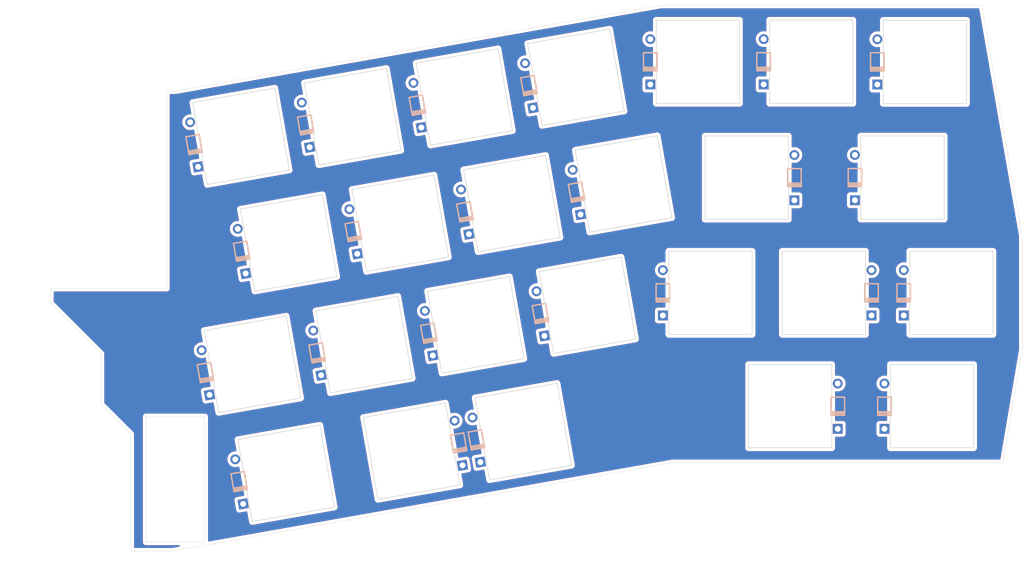
<source format=kicad_pcb>
(kicad_pcb (version 20171130) (host pcbnew 5.1.9)
  (layers (0 F.Cu signal) (31 B.Cu signal) (34 B.Paste user) (35 F.Paste user) (36 B.SilkS user) (37 F.SilkS user) (38 B.Mask user) (39 F.Mask user) (44 Edge.Cuts user))
  (net 0 "")
  (net 1 "Net-(diode1-Pad2)")
  (net 2 "Net-(diode2-Pad2)")
  (net 3 "Net-(diode3-Pad2)")
  (net 4 "Net-(diode4-Pad2)")
  (net 5 "Net-(diode5-Pad2)")
  (net 6 "Net-(diode6-Pad2)")
  (net 7 "Net-(diode7-Pad2)")
  (net 8 "Net-(diode8-Pad2)")
  (net 9 "Net-(diode9-Pad2)")
  (net 10 "Net-(diode10-Pad2)")
  (net 11 "Net-(diode11-Pad2)")
  (net 12 "Net-(diode12-Pad2)")
  (net 13 "Net-(diode13-Pad2)")
  (net 14 "Net-(diode15-Pad2)")
  (net 15 "Net-(diode16-Pad2)")
  (net 16 "Net-(diode17-Pad2)")
  (net 17 "Net-(diode18-Pad2)")
  (net 18 ROW0)
  (net 19 ROW1)
  (net 20 ROW2)
  (net 21 ROW3)
  (net 22 "Net-(diode19-Pad2)")
  (net 23 "Net-(diode20-Pad2)")
  (net 24 "Net-(diode21-Pad2)")
  (net 25 "Net-(diode22-Pad2)")
  (net 26 "Net-(diode24-Pad2)")
  (net 27 "Net-(diode25-Pad2)")
  (net 28 "Net-(diode26-Pad2)")
  (net 29 "Net-(diode27-Pad2)")
  (module footprints:hole-switch (layer F.Cu) (at 276.6301 83.32095)
    (fp_text reference switch27 hide)
    (fp_text value switch hide)
    (fp_line (start -7 7) (end -7 -7) (layer Edge.Cuts) (width 0.1))
    (fp_line (start 7 7) (end -7 7) (layer Edge.Cuts) (width 0.1))
    (fp_line (start 7 -7) (end 7 7) (layer Edge.Cuts) (width 0.1))
    (fp_line (start -7 -7) (end 7 -7) (layer Edge.Cuts) (width 0.1))
  )
  (module footprints:hole-switch (layer F.Cu) (at 252.78455 83.32095)
    (fp_text reference switch26 hide)
    (fp_text value switch hide)
    (fp_line (start -7 7) (end -7 -7) (layer Edge.Cuts) (width 0.1))
    (fp_line (start 7 7) (end -7 7) (layer Edge.Cuts) (width 0.1))
    (fp_line (start 7 -7) (end 7 7) (layer Edge.Cuts) (width 0.1))
    (fp_line (start -7 -7) (end 7 -7) (layer Edge.Cuts) (width 0.1))
  )
  (module footprints:hole-switch (layer F.Cu) (at 168.0788 94.619 10)
    (fp_text reference switch22 hide)
    (fp_text value switch hide)
    (fp_line (start -7 7) (end -7 -7) (layer Edge.Cuts) (width 0.1))
    (fp_line (start 7 7) (end -7 7) (layer Edge.Cuts) (width 0.1))
    (fp_line (start 7 -7) (end 7 7) (layer Edge.Cuts) (width 0.1))
    (fp_line (start -7 -7) (end 7 -7) (layer Edge.Cuts) (width 0.1))
  )
  (module footprints:hole-switch (layer F.Cu) (at 279.8826 64.2493)
    (fp_text reference switch21 hide)
    (fp_text value switch hide)
    (fp_line (start -7 7) (end -7 -7) (layer Edge.Cuts) (width 0.1))
    (fp_line (start 7 7) (end -7 7) (layer Edge.Cuts) (width 0.1))
    (fp_line (start 7 -7) (end 7 7) (layer Edge.Cuts) (width 0.1))
    (fp_line (start -7 -7) (end 7 -7) (layer Edge.Cuts) (width 0.1))
  )
  (module footprints:hole-switch (layer F.Cu) (at 271.67205 44.86885)
    (fp_text reference switch13 hide)
    (fp_text value switch hide)
    (fp_line (start -7 7) (end -7 -7) (layer Edge.Cuts) (width 0.1))
    (fp_line (start 7 7) (end -7 7) (layer Edge.Cuts) (width 0.1))
    (fp_line (start 7 -7) (end 7 7) (layer Edge.Cuts) (width 0.1))
    (fp_line (start -7 -7) (end 7 -7) (layer Edge.Cuts) (width 0.1))
  )
  (module footprints:hole-switch (layer F.Cu) (at 207.945087 87.589502 10)
    (fp_text reference switch25 hide)
    (fp_text value switch hide)
    (fp_line (start -7 7) (end -7 -7) (layer Edge.Cuts) (width 0.1))
    (fp_line (start 7 7) (end -7 7) (layer Edge.Cuts) (width 0.1))
    (fp_line (start 7 -7) (end 7 7) (layer Edge.Cuts) (width 0.1))
    (fp_line (start -7 -7) (end 7 -7) (layer Edge.Cuts) (width 0.1))
  )
  (module footprints:hole-switch (layer F.Cu) (at 189.1845 90.8975 10)
    (fp_text reference switch24 hide)
    (fp_text value switch hide)
    (fp_line (start -7 7) (end -7 -7) (layer Edge.Cuts) (width 0.1))
    (fp_line (start 7 7) (end -7 7) (layer Edge.Cuts) (width 0.1))
    (fp_line (start 7 -7) (end 7 7) (layer Edge.Cuts) (width 0.1))
    (fp_line (start -7 -7) (end 7 -7) (layer Edge.Cuts) (width 0.1))
  )
  (module footprints:hole-switch (layer F.Cu) (at 275.4376 25.4127)
    (fp_text reference switch7 hide)
    (fp_text value switch hide)
    (fp_line (start -7 7) (end -7 -7) (layer Edge.Cuts) (width 0.1))
    (fp_line (start 7 7) (end -7 7) (layer Edge.Cuts) (width 0.1))
    (fp_line (start 7 -7) (end 7 7) (layer Edge.Cuts) (width 0.1))
    (fp_line (start -7 -7) (end 7 -7) (layer Edge.Cuts) (width 0.1))
  )
  (module footprints:hole-switch (layer F.Cu) (at 258.4577 64.2493)
    (fp_text reference switch20 hide)
    (fp_text value switch hide)
    (fp_line (start -7 7) (end -7 -7) (layer Edge.Cuts) (width 0.1))
    (fp_line (start 7 7) (end -7 7) (layer Edge.Cuts) (width 0.1))
    (fp_line (start 7 -7) (end 7 7) (layer Edge.Cuts) (width 0.1))
    (fp_line (start -7 -7) (end 7 -7) (layer Edge.Cuts) (width 0.1))
  )
  (module footprints:hole-switch (layer F.Cu) (at 256.3368 25.3873)
    (fp_text reference switch6 hide)
    (fp_text value switch hide)
    (fp_line (start -7 7) (end -7 -7) (layer Edge.Cuts) (width 0.1))
    (fp_line (start 7 7) (end -7 7) (layer Edge.Cuts) (width 0.1))
    (fp_line (start 7 -7) (end 7 7) (layer Edge.Cuts) (width 0.1))
    (fp_line (start -7 -7) (end 7 -7) (layer Edge.Cuts) (width 0.1))
  )
  (module footprints:hole-switch (layer F.Cu) (at 239.395 64.2493)
    (fp_text reference switch19 hide)
    (fp_text value switch hide)
    (fp_line (start -7 7) (end -7 -7) (layer Edge.Cuts) (width 0.1))
    (fp_line (start 7 7) (end -7 7) (layer Edge.Cuts) (width 0.1))
    (fp_line (start 7 -7) (end 7 7) (layer Edge.Cuts) (width 0.1))
    (fp_line (start -7 -7) (end 7 -7) (layer Edge.Cuts) (width 0.1))
  )
  (module footprints:hole-switch (layer F.Cu) (at 245.4958 44.88409)
    (fp_text reference switch12 hide)
    (fp_text value switch hide)
    (fp_line (start -7 7) (end -7 -7) (layer Edge.Cuts) (width 0.1))
    (fp_line (start 7 7) (end -7 7) (layer Edge.Cuts) (width 0.1))
    (fp_line (start 7 -7) (end 7 7) (layer Edge.Cuts) (width 0.1))
    (fp_line (start -7 -7) (end 7 -7) (layer Edge.Cuts) (width 0.1))
  )
  (module footprints:hole-switch (layer F.Cu) (at 237.2868 25.39492)
    (fp_text reference switch5 hide)
    (fp_text value switch hide)
    (fp_line (start -7 7) (end -7 -7) (layer Edge.Cuts) (width 0.1))
    (fp_line (start 7 7) (end -7 7) (layer Edge.Cuts) (width 0.1))
    (fp_line (start 7 -7) (end 7 7) (layer Edge.Cuts) (width 0.1))
    (fp_line (start -7 -7) (end 7 -7) (layer Edge.Cuts) (width 0.1))
  )
  (module footprints:hole-switch (layer F.Cu) (at 218.707561 66.348006 10)
    (fp_text reference switch18 hide)
    (fp_text value switch hide)
    (fp_line (start -7 7) (end -7 -7) (layer Edge.Cuts) (width 0.1))
    (fp_line (start 7 7) (end -7 7) (layer Edge.Cuts) (width 0.1))
    (fp_line (start 7 -7) (end 7 7) (layer Edge.Cuts) (width 0.1))
    (fp_line (start -7 -7) (end 7 -7) (layer Edge.Cuts) (width 0.1))
  )
  (module footprints:hole-switch (layer F.Cu) (at 224.779861 45.933506 10)
    (fp_text reference switch11 hide)
    (fp_text value switch hide)
    (fp_line (start -7 7) (end -7 -7) (layer Edge.Cuts) (width 0.1))
    (fp_line (start 7 7) (end -7 7) (layer Edge.Cuts) (width 0.1))
    (fp_line (start 7 -7) (end 7 7) (layer Edge.Cuts) (width 0.1))
    (fp_line (start -7 -7) (end 7 -7) (layer Edge.Cuts) (width 0.1))
  )
  (module footprints:hole-switch (layer F.Cu) (at 216.781761 27.999997 10)
    (fp_text reference switch4 hide)
    (fp_text value switch hide)
    (fp_line (start -7 7) (end -7 -7) (layer Edge.Cuts) (width 0.1))
    (fp_line (start 7 7) (end -7 7) (layer Edge.Cuts) (width 0.1))
    (fp_line (start 7 -7) (end 7 7) (layer Edge.Cuts) (width 0.1))
    (fp_line (start -7 -7) (end 7 -7) (layer Edge.Cuts) (width 0.1))
  )
  (module footprints:hole-switch (layer F.Cu) (at 199.946974 69.656004 10)
    (fp_text reference switch17 hide)
    (fp_text value switch hide)
    (fp_line (start -7 7) (end -7 -7) (layer Edge.Cuts) (width 0.1))
    (fp_line (start 7 7) (end -7 7) (layer Edge.Cuts) (width 0.1))
    (fp_line (start 7 -7) (end 7 7) (layer Edge.Cuts) (width 0.1))
    (fp_line (start -7 -7) (end 7 -7) (layer Edge.Cuts) (width 0.1))
  )
  (module footprints:hole-switch (layer F.Cu) (at 206.019274 49.241504 10)
    (fp_text reference switch10 hide)
    (fp_text value switch hide)
    (fp_line (start -7 7) (end -7 -7) (layer Edge.Cuts) (width 0.1))
    (fp_line (start 7 7) (end -7 7) (layer Edge.Cuts) (width 0.1))
    (fp_line (start 7 -7) (end 7 7) (layer Edge.Cuts) (width 0.1))
    (fp_line (start -7 -7) (end 7 -7) (layer Edge.Cuts) (width 0.1))
  )
  (module footprints:hole-switch (layer F.Cu) (at 198.021174 31.307995 10)
    (fp_text reference switch3 hide)
    (fp_text value switch hide)
    (fp_line (start -7 7) (end -7 -7) (layer Edge.Cuts) (width 0.1))
    (fp_line (start 7 7) (end -7 7) (layer Edge.Cuts) (width 0.1))
    (fp_line (start 7 -7) (end 7 7) (layer Edge.Cuts) (width 0.1))
    (fp_line (start -7 -7) (end 7 -7) (layer Edge.Cuts) (width 0.1))
  )
  (module footprints:hole-switch (layer F.Cu) (at 181.186387 72.964002 10)
    (fp_text reference switch16 hide)
    (fp_text value switch hide)
    (fp_line (start -7 7) (end -7 -7) (layer Edge.Cuts) (width 0.1))
    (fp_line (start 7 7) (end -7 7) (layer Edge.Cuts) (width 0.1))
    (fp_line (start 7 -7) (end 7 7) (layer Edge.Cuts) (width 0.1))
    (fp_line (start -7 -7) (end 7 -7) (layer Edge.Cuts) (width 0.1))
  )
  (module footprints:hole-switch (layer F.Cu) (at 187.258687 52.549502 10)
    (fp_text reference switch9 hide)
    (fp_text value switch hide)
    (fp_line (start -7 7) (end -7 -7) (layer Edge.Cuts) (width 0.1))
    (fp_line (start 7 7) (end -7 7) (layer Edge.Cuts) (width 0.1))
    (fp_line (start 7 -7) (end 7 7) (layer Edge.Cuts) (width 0.1))
    (fp_line (start -7 -7) (end 7 -7) (layer Edge.Cuts) (width 0.1))
  )
  (module footprints:hole-switch (layer F.Cu) (at 179.260587 34.615993 10)
    (fp_text reference switch2 hide)
    (fp_text value switch hide)
    (fp_line (start -7 7) (end -7 -7) (layer Edge.Cuts) (width 0.1))
    (fp_line (start 7 7) (end -7 7) (layer Edge.Cuts) (width 0.1))
    (fp_line (start 7 -7) (end 7 7) (layer Edge.Cuts) (width 0.1))
    (fp_line (start -7 -7) (end 7 -7) (layer Edge.Cuts) (width 0.1))
  )
  (module footprints:hole-switch (layer F.Cu) (at 162.4258 76.272 10)
    (fp_text reference switch15 hide)
    (fp_text value switch hide)
    (fp_line (start -7 7) (end -7 -7) (layer Edge.Cuts) (width 0.1))
    (fp_line (start 7 7) (end -7 7) (layer Edge.Cuts) (width 0.1))
    (fp_line (start 7 -7) (end 7 7) (layer Edge.Cuts) (width 0.1))
    (fp_line (start -7 -7) (end 7 -7) (layer Edge.Cuts) (width 0.1))
  )
  (module footprints:hole-switch (layer F.Cu) (at 168.4981 55.8575 10)
    (fp_text reference switch8 hide)
    (fp_text value switch hide)
    (fp_line (start -7 7) (end -7 -7) (layer Edge.Cuts) (width 0.1))
    (fp_line (start 7 7) (end -7 7) (layer Edge.Cuts) (width 0.1))
    (fp_line (start 7 -7) (end 7 7) (layer Edge.Cuts) (width 0.1))
    (fp_line (start -7 -7) (end 7 -7) (layer Edge.Cuts) (width 0.1))
  )
  (module footprints:hole-switch (layer F.Cu) (at 160.5 37.923991 10)
    (fp_text reference switch1 hide)
    (fp_text value switch hide)
    (fp_line (start -7 7) (end -7 -7) (layer Edge.Cuts) (width 0.1))
    (fp_line (start 7 7) (end -7 7) (layer Edge.Cuts) (width 0.1))
    (fp_line (start 7 -7) (end 7 7) (layer Edge.Cuts) (width 0.1))
    (fp_line (start -7 -7) (end 7 -7) (layer Edge.Cuts) (width 0.1))
  )
  (module footprints:diode (layer F.Cu) (at 268.6301 83.32095)
    (fp_text reference diode27 hide)
    (fp_text value diode hide)
    (pad 1 thru_hole rect (at 0 3.81 270) (size 1.651 1.651) (drill 0.9906) (layers *.Cu *.Mask) (net 21 ROW3))
    (pad 2 thru_hole circle (at 0 -3.81 270) (size 1.651 1.651) (drill 0.9906) (layers *.Cu *.Mask) (net 29 "Net-(diode27-Pad2)"))
  )
  (module footprints:diode (layer F.Cu) (at 260.78455 83.32095)
    (fp_text reference diode26 hide)
    (fp_text value diode hide)
    (pad 1 thru_hole rect (at 0 3.81 270) (size 1.651 1.651) (drill 0.9906) (layers *.Cu *.Mask) (net 21 ROW3))
    (pad 2 thru_hole circle (at 0 -3.81 270) (size 1.651 1.651) (drill 0.9906) (layers *.Cu *.Mask) (net 28 "Net-(diode26-Pad2)"))
  )
  (module footprints:diode (layer F.Cu) (at 200.066624 88.978687 10)
    (fp_text reference diode25 hide)
    (fp_text value diode hide)
    (pad 1 thru_hole rect (at 0 3.81 280) (size 1.651 1.651) (drill 0.9906) (layers *.Cu *.Mask) (net 21 ROW3))
    (pad 2 thru_hole circle (at 0 -3.81 280) (size 1.651 1.651) (drill 0.9906) (layers *.Cu *.Mask) (net 27 "Net-(diode25-Pad2)"))
  )
  (module footprints:diode (layer F.Cu) (at 197.062962 89.508314 10)
    (fp_text reference diode24 hide)
    (fp_text value diode hide)
    (pad 1 thru_hole rect (at 0 3.81 280) (size 1.651 1.651) (drill 0.9906) (layers *.Cu *.Mask) (net 21 ROW3))
    (pad 2 thru_hole circle (at 0 -3.81 280) (size 1.651 1.651) (drill 0.9906) (layers *.Cu *.Mask) (net 26 "Net-(diode24-Pad2)"))
  )
  (module footprints:diode (layer F.Cu) (at 160.200337 96.008185 10)
    (fp_text reference diode22 hide)
    (fp_text value diode hide)
    (pad 1 thru_hole rect (at 0 3.81 280) (size 1.651 1.651) (drill 0.9906) (layers *.Cu *.Mask) (net 21 ROW3))
    (pad 2 thru_hole circle (at 0 -3.81 280) (size 1.651 1.651) (drill 0.9906) (layers *.Cu *.Mask) (net 25 "Net-(diode22-Pad2)"))
  )
  (module footprints:diode (layer F.Cu) (at 271.8826 64.2493)
    (fp_text reference diode21 hide)
    (fp_text value diode hide)
    (pad 1 thru_hole rect (at 0 3.81 270) (size 1.651 1.651) (drill 0.9906) (layers *.Cu *.Mask) (net 20 ROW2))
    (pad 2 thru_hole circle (at 0 -3.81 270) (size 1.651 1.651) (drill 0.9906) (layers *.Cu *.Mask) (net 24 "Net-(diode21-Pad2)"))
  )
  (module footprints:diode (layer F.Cu) (at 266.4577 64.2493)
    (fp_text reference diode20 hide)
    (fp_text value diode hide)
    (pad 1 thru_hole rect (at 0 3.81 270) (size 1.651 1.651) (drill 0.9906) (layers *.Cu *.Mask) (net 20 ROW2))
    (pad 2 thru_hole circle (at 0 -3.81 270) (size 1.651 1.651) (drill 0.9906) (layers *.Cu *.Mask) (net 23 "Net-(diode20-Pad2)"))
  )
  (module footprints:diode (layer F.Cu) (at 231.395 64.2493)
    (fp_text reference diode19 hide)
    (fp_text value diode hide)
    (pad 1 thru_hole rect (at 0 3.81 270) (size 1.651 1.651) (drill 0.9906) (layers *.Cu *.Mask) (net 20 ROW2))
    (pad 2 thru_hole circle (at 0 -3.81 270) (size 1.651 1.651) (drill 0.9906) (layers *.Cu *.Mask) (net 22 "Net-(diode19-Pad2)"))
  )
  (module footprints:diode (layer F.Cu) (at 210.829098 67.737191 10)
    (fp_text reference diode18 hide)
    (fp_text value diode hide)
    (pad 1 thru_hole rect (at 0 3.81 280) (size 1.651 1.651) (drill 0.9906) (layers *.Cu *.Mask) (net 20 ROW2))
    (pad 2 thru_hole circle (at 0 -3.81 280) (size 1.651 1.651) (drill 0.9906) (layers *.Cu *.Mask) (net 17 "Net-(diode18-Pad2)"))
  )
  (module footprints:diode (layer F.Cu) (at 192.068511 71.045189 10)
    (fp_text reference diode17 hide)
    (fp_text value diode hide)
    (pad 1 thru_hole rect (at 0 3.81 280) (size 1.651 1.651) (drill 0.9906) (layers *.Cu *.Mask) (net 20 ROW2))
    (pad 2 thru_hole circle (at 0 -3.81 280) (size 1.651 1.651) (drill 0.9906) (layers *.Cu *.Mask) (net 16 "Net-(diode17-Pad2)"))
  )
  (module footprints:diode (layer F.Cu) (at 173.307924 74.353187 10)
    (fp_text reference diode16 hide)
    (fp_text value diode hide)
    (pad 1 thru_hole rect (at 0 3.81 280) (size 1.651 1.651) (drill 0.9906) (layers *.Cu *.Mask) (net 20 ROW2))
    (pad 2 thru_hole circle (at 0 -3.81 280) (size 1.651 1.651) (drill 0.9906) (layers *.Cu *.Mask) (net 15 "Net-(diode16-Pad2)"))
  )
  (module footprints:diode (layer F.Cu) (at 154.547337 77.661185 10)
    (fp_text reference diode15 hide)
    (fp_text value diode hide)
    (pad 1 thru_hole rect (at 0 3.81 280) (size 1.651 1.651) (drill 0.9906) (layers *.Cu *.Mask) (net 20 ROW2))
    (pad 2 thru_hole circle (at 0 -3.81 280) (size 1.651 1.651) (drill 0.9906) (layers *.Cu *.Mask) (net 14 "Net-(diode15-Pad2)"))
  )
  (module footprints:diode (layer F.Cu) (at 263.67205 44.86885)
    (fp_text reference diode13 hide)
    (fp_text value diode hide)
    (pad 1 thru_hole rect (at 0 3.81 270) (size 1.651 1.651) (drill 0.9906) (layers *.Cu *.Mask) (net 19 ROW1))
    (pad 2 thru_hole circle (at 0 -3.81 270) (size 1.651 1.651) (drill 0.9906) (layers *.Cu *.Mask) (net 13 "Net-(diode13-Pad2)"))
  )
  (module footprints:diode (layer F.Cu) (at 253.4958 44.88409)
    (fp_text reference diode12 hide)
    (fp_text value diode hide)
    (pad 1 thru_hole rect (at 0 3.81 270) (size 1.651 1.651) (drill 0.9906) (layers *.Cu *.Mask) (net 19 ROW1))
    (pad 2 thru_hole circle (at 0 -3.81 270) (size 1.651 1.651) (drill 0.9906) (layers *.Cu *.Mask) (net 12 "Net-(diode12-Pad2)"))
  )
  (module footprints:diode (layer F.Cu) (at 216.901398 47.322691 10)
    (fp_text reference diode11 hide)
    (fp_text value diode hide)
    (pad 1 thru_hole rect (at 0 3.81 280) (size 1.651 1.651) (drill 0.9906) (layers *.Cu *.Mask) (net 19 ROW1))
    (pad 2 thru_hole circle (at 0 -3.81 280) (size 1.651 1.651) (drill 0.9906) (layers *.Cu *.Mask) (net 11 "Net-(diode11-Pad2)"))
  )
  (module footprints:diode (layer F.Cu) (at 198.140811 50.630689 10)
    (fp_text reference diode10 hide)
    (fp_text value diode hide)
    (pad 1 thru_hole rect (at 0 3.81 280) (size 1.651 1.651) (drill 0.9906) (layers *.Cu *.Mask) (net 19 ROW1))
    (pad 2 thru_hole circle (at 0 -3.81 280) (size 1.651 1.651) (drill 0.9906) (layers *.Cu *.Mask) (net 10 "Net-(diode10-Pad2)"))
  )
  (module footprints:diode (layer F.Cu) (at 179.380224 53.938687 10)
    (fp_text reference diode9 hide)
    (fp_text value diode hide)
    (pad 1 thru_hole rect (at 0 3.81 280) (size 1.651 1.651) (drill 0.9906) (layers *.Cu *.Mask) (net 19 ROW1))
    (pad 2 thru_hole circle (at 0 -3.81 280) (size 1.651 1.651) (drill 0.9906) (layers *.Cu *.Mask) (net 9 "Net-(diode9-Pad2)"))
  )
  (module footprints:diode (layer F.Cu) (at 160.619637 57.246685 10)
    (fp_text reference diode8 hide)
    (fp_text value diode hide)
    (pad 1 thru_hole rect (at 0 3.81 280) (size 1.651 1.651) (drill 0.9906) (layers *.Cu *.Mask) (net 19 ROW1))
    (pad 2 thru_hole circle (at 0 -3.81 280) (size 1.651 1.651) (drill 0.9906) (layers *.Cu *.Mask) (net 8 "Net-(diode8-Pad2)"))
  )
  (module footprints:diode (layer F.Cu) (at 267.4376 25.4127)
    (fp_text reference diode7 hide)
    (fp_text value diode hide)
    (pad 1 thru_hole rect (at 0 3.81 270) (size 1.651 1.651) (drill 0.9906) (layers *.Cu *.Mask) (net 18 ROW0))
    (pad 2 thru_hole circle (at 0 -3.81 270) (size 1.651 1.651) (drill 0.9906) (layers *.Cu *.Mask) (net 7 "Net-(diode7-Pad2)"))
  )
  (module footprints:diode (layer F.Cu) (at 248.3368 25.3873)
    (fp_text reference diode6 hide)
    (fp_text value diode hide)
    (pad 1 thru_hole rect (at 0 3.81 270) (size 1.651 1.651) (drill 0.9906) (layers *.Cu *.Mask) (net 18 ROW0))
    (pad 2 thru_hole circle (at 0 -3.81 270) (size 1.651 1.651) (drill 0.9906) (layers *.Cu *.Mask) (net 6 "Net-(diode6-Pad2)"))
  )
  (module footprints:diode (layer F.Cu) (at 229.2868 25.39492)
    (fp_text reference diode5 hide)
    (fp_text value diode hide)
    (pad 1 thru_hole rect (at 0 3.81 270) (size 1.651 1.651) (drill 0.9906) (layers *.Cu *.Mask) (net 18 ROW0))
    (pad 2 thru_hole circle (at 0 -3.81 270) (size 1.651 1.651) (drill 0.9906) (layers *.Cu *.Mask) (net 5 "Net-(diode5-Pad2)"))
  )
  (module footprints:diode (layer F.Cu) (at 208.903298 29.389182 10)
    (fp_text reference diode4 hide)
    (fp_text value diode hide)
    (pad 1 thru_hole rect (at 0 3.81 280) (size 1.651 1.651) (drill 0.9906) (layers *.Cu *.Mask) (net 18 ROW0))
    (pad 2 thru_hole circle (at 0 -3.81 280) (size 1.651 1.651) (drill 0.9906) (layers *.Cu *.Mask) (net 4 "Net-(diode4-Pad2)"))
  )
  (module footprints:diode (layer F.Cu) (at 190.142711 32.69718 10)
    (fp_text reference diode3 hide)
    (fp_text value diode hide)
    (pad 1 thru_hole rect (at 0 3.81 280) (size 1.651 1.651) (drill 0.9906) (layers *.Cu *.Mask) (net 18 ROW0))
    (pad 2 thru_hole circle (at 0 -3.81 280) (size 1.651 1.651) (drill 0.9906) (layers *.Cu *.Mask) (net 3 "Net-(diode3-Pad2)"))
  )
  (module footprints:diode (layer F.Cu) (at 171.382124 36.005178 10)
    (fp_text reference diode2 hide)
    (fp_text value diode hide)
    (pad 1 thru_hole rect (at 0 3.81 280) (size 1.651 1.651) (drill 0.9906) (layers *.Cu *.Mask) (net 18 ROW0))
    (pad 2 thru_hole circle (at 0 -3.81 280) (size 1.651 1.651) (drill 0.9906) (layers *.Cu *.Mask) (net 2 "Net-(diode2-Pad2)"))
  )
  (module footprints:diode (layer F.Cu) (at 152.621537 39.313176 10)
    (fp_text reference diode1 hide)
    (fp_text value diode hide)
    (pad 1 thru_hole rect (at 0 3.81 280) (size 1.651 1.651) (drill 0.9906) (layers *.Cu *.Mask) (net 18 ROW0))
    (pad 2 thru_hole circle (at 0 -3.81 280) (size 1.651 1.651) (drill 0.9906) (layers *.Cu *.Mask) (net 1 "Net-(diode1-Pad2)"))
  )
  (gr_line (start 128.5 63.5) (end 148 63.5) (layer Edge.Cuts) (width 0.05))
  (gr_line (start 148 63.5) (end 148 30.2895) (layer Edge.Cuts) (width 0.05))
  (gr_line (start 144.526 106.172) (end 144.526 85.09) (layer Edge.Cuts) (width 0.05))
  (gr_line (start 154.432 106.172) (end 144.526 106.172) (layer Edge.Cuts) (width 0.05))
  (gr_line (start 154.432 85.09) (end 154.432 106.172) (layer Edge.Cuts) (width 0.05))
  (gr_line (start 144.526 85.09) (end 154.432 85.09) (layer Edge.Cuts) (width 0.05))
  (gr_line (start 137 78.5) (end 137 74.5) (layer Edge.Cuts) (width 0.05))
  (gr_line (start 137 83) (end 142 88) (layer Edge.Cuts) (width 0.05))
  (gr_line (start 137 78.5) (end 137 83) (layer Edge.Cuts) (width 0.05))
  (gr_line (start 128.5 66) (end 137 74.5) (layer Edge.Cuts) (width 0.05))
  (gr_line (start 142 88) (end 142 93) (layer Edge.Cuts) (width 0.05))
  (gr_line (start 142 93) (end 142 107.696) (layer Edge.Cuts) (width 0.05))
  (gr_line (start 128.5 66) (end 128.5 63.5) (layer Edge.Cuts) (width 0.05))
  (gr_line (start 291.7825 73.787) (end 291.7825 54.737) (layer Edge.Cuts) (width 0.05))
  (gr_line (start 149.479 30.2895) (end 148 30.2895) (layer Edge.Cuts) (width 0.05))
  (gr_line (start 149.479 30.2895) (end 231.0765 15.875) (layer Edge.Cuts) (width 0.05))
  (gr_line (start 142 107.696) (end 148.971 107.696) (layer Edge.Cuts) (width 0.05))
  (gr_line (start 284.988 15.875) (end 231.0765 15.875) (layer Edge.Cuts) (width 0.05))
  (gr_line (start 291.7825 54.737) (end 284.988 15.875) (layer Edge.Cuts) (width 0.05))
  (gr_line (start 288.544 92.837) (end 291.7825 73.787) (layer Edge.Cuts) (width 0.05))
  (gr_line (start 232.918 92.837) (end 288.544 92.837) (layer Edge.Cuts) (width 0.05))
  (gr_line (start 148.971 107.696) (end 232.918 92.837) (layer Edge.Cuts) (width 0.05))
  (zone (net 0) (net_name "") (layer F.Cu) (connect_pads (clearance 0.508)) (min_thickness 0.254) (fill yes (arc_segments 32) (thermal_gap 0.508) (thermal_bridge_width 0.508))
    (polygon (pts (xy 292.1 109.22) (xy 120 110) (xy 120 15.24) (xy 292.1 15.24)))
  )
  (zone (net 0) (net_name "") (layer B.Cu) (connect_pads (clearance 0.508)) (min_thickness 0.254) (fill yes (arc_segments 32) (thermal_gap 0.508) (thermal_bridge_width 0.508))
    (polygon (pts (xy 292.1 109.22) (xy 120 110) (xy 120 15) (xy 292.1 15.24)))
  )
)
</source>
